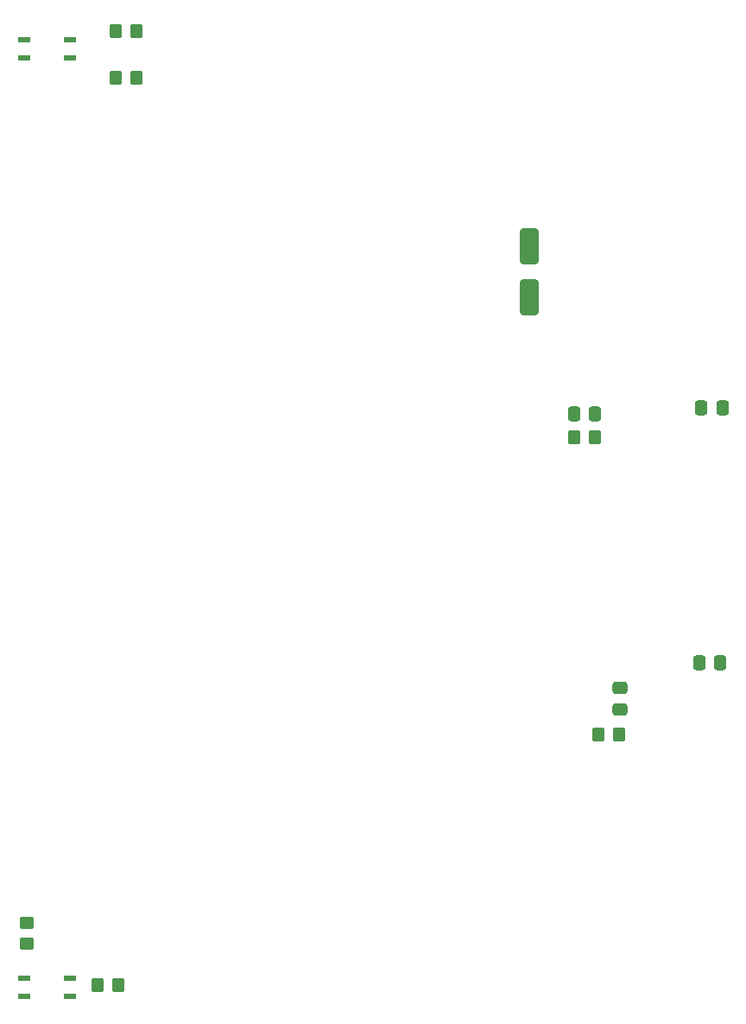
<source format=gbr>
%TF.GenerationSoftware,KiCad,Pcbnew,8.0.2*%
%TF.CreationDate,2024-10-27T19:27:45+01:00*%
%TF.ProjectId,CalkaBot_PCB,43616c6b-6142-46f7-945f-5043422e6b69,rev?*%
%TF.SameCoordinates,Original*%
%TF.FileFunction,Paste,Bot*%
%TF.FilePolarity,Positive*%
%FSLAX46Y46*%
G04 Gerber Fmt 4.6, Leading zero omitted, Abs format (unit mm)*
G04 Created by KiCad (PCBNEW 8.0.2) date 2024-10-27 19:27:45*
%MOMM*%
%LPD*%
G01*
G04 APERTURE LIST*
G04 Aperture macros list*
%AMRoundRect*
0 Rectangle with rounded corners*
0 $1 Rounding radius*
0 $2 $3 $4 $5 $6 $7 $8 $9 X,Y pos of 4 corners*
0 Add a 4 corners polygon primitive as box body*
4,1,4,$2,$3,$4,$5,$6,$7,$8,$9,$2,$3,0*
0 Add four circle primitives for the rounded corners*
1,1,$1+$1,$2,$3*
1,1,$1+$1,$4,$5*
1,1,$1+$1,$6,$7*
1,1,$1+$1,$8,$9*
0 Add four rect primitives between the rounded corners*
20,1,$1+$1,$2,$3,$4,$5,0*
20,1,$1+$1,$4,$5,$6,$7,0*
20,1,$1+$1,$6,$7,$8,$9,0*
20,1,$1+$1,$8,$9,$2,$3,0*%
G04 Aperture macros list end*
%ADD10R,1.219200X0.558800*%
%ADD11RoundRect,0.250000X-0.350000X-0.450000X0.350000X-0.450000X0.350000X0.450000X-0.350000X0.450000X0*%
%ADD12RoundRect,0.250000X0.450000X-0.350000X0.450000X0.350000X-0.450000X0.350000X-0.450000X-0.350000X0*%
%ADD13RoundRect,0.250000X0.350000X0.450000X-0.350000X0.450000X-0.350000X-0.450000X0.350000X-0.450000X0*%
%ADD14RoundRect,0.250000X-0.475000X0.337500X-0.475000X-0.337500X0.475000X-0.337500X0.475000X0.337500X0*%
%ADD15RoundRect,0.250000X-0.337500X-0.475000X0.337500X-0.475000X0.337500X0.475000X-0.337500X0.475000X0*%
%ADD16RoundRect,0.250000X0.337500X0.475000X-0.337500X0.475000X-0.337500X-0.475000X0.337500X-0.475000X0*%
%ADD17RoundRect,0.250000X0.650000X-1.500000X0.650000X1.500000X-0.650000X1.500000X-0.650000X-1.500000X0*%
G04 APERTURE END LIST*
D10*
%TO.C,Q2*%
X21752100Y-21098300D03*
X21752100Y-22901700D03*
X26247900Y-22901700D03*
X26247900Y-21098300D03*
%TD*%
D11*
%TO.C,R5*%
X32750000Y-20300000D03*
X30750000Y-20300000D03*
%TD*%
D12*
%TO.C,R4*%
X22000000Y-109700000D03*
X22000000Y-107700000D03*
%TD*%
D13*
%TO.C,R3*%
X30750000Y-24850000D03*
X32750000Y-24850000D03*
%TD*%
%TO.C,R1*%
X31000000Y-113800000D03*
X29000000Y-113800000D03*
%TD*%
D10*
%TO.C,Q1*%
X21752100Y-113098300D03*
X21752100Y-114901700D03*
X26247900Y-114901700D03*
X26247900Y-113098300D03*
%TD*%
D13*
%TO.C,R7*%
X80100000Y-89200000D03*
X78100000Y-89200000D03*
%TD*%
%TO.C,R6*%
X77700000Y-60100000D03*
X75700000Y-60100000D03*
%TD*%
D14*
%TO.C,C6*%
X80200000Y-84662500D03*
X80200000Y-86737500D03*
%TD*%
D15*
%TO.C,C5*%
X77737500Y-57800000D03*
X75662500Y-57800000D03*
%TD*%
%TO.C,C11*%
X88162500Y-57200000D03*
X90237500Y-57200000D03*
%TD*%
D16*
%TO.C,C12*%
X90037500Y-82200000D03*
X87962500Y-82200000D03*
%TD*%
D17*
%TO.C,D3*%
X71300000Y-46400000D03*
X71300000Y-41400000D03*
%TD*%
M02*

</source>
